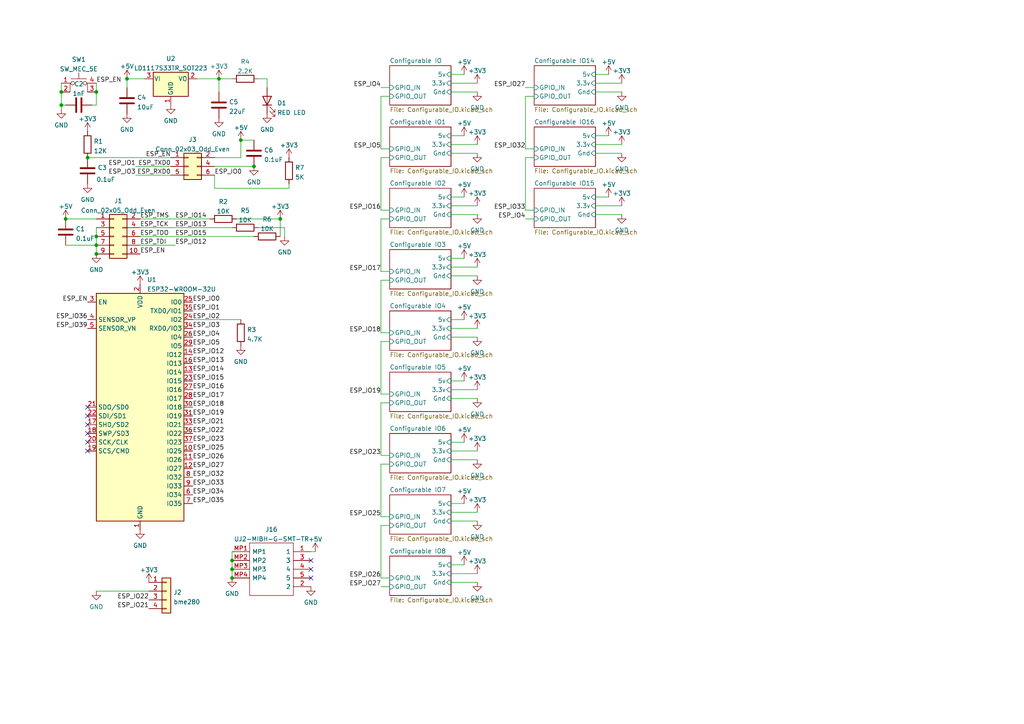
<source format=kicad_sch>
(kicad_sch (version 20211123) (generator eeschema)
  (paper "A4")
  (lib_symbols
    (symbol "Connector_Generic:Conn_01x04" (pin_names (offset 1.016) hide)
      (property "Reference" "J" (at 0 5.08 0))
      (property "Value" "Conn_01x04" (at 0 -7.62 0))
      (symbol "Conn_01x04_1_1"
        (rectangle (start -1.27 -4.953) (end 0 -5.207) (stroke (width 0.1524)))
        (rectangle (start -1.27 -2.413) (end 0 -2.667) (stroke (width 0.1524)))
        (rectangle (start -1.27 0.127) (end 0 -0.127) (stroke (width 0.1524)))
        (rectangle (start -1.27 2.667) (end 0 2.413) (stroke (width 0.1524)))
        (rectangle (start -1.27 3.81) (end 1.27 -6.35) (stroke (width 0.254)) (fill (type background)))
        (pin passive line (at -5.08 2.54 0) (length 3.81) (name "Pin_1") (number "1"))
        (pin passive line (at -5.08 0 0) (length 3.81) (name "Pin_2") (number "2"))
        (pin passive line (at -5.08 -2.54 0) (length 3.81) (name "Pin_3") (number "3"))
        (pin passive line (at -5.08 -5.08 0) (length 3.81) (name "Pin_4") (number "4"))
      )
    )
    (symbol "Connector_Generic:Conn_02x03_Odd_Even" (pin_names (offset 1.016) hide)
      (property "Reference" "J" (at 1.27 5.08 0))
      (property "Value" "Conn_02x03_Odd_Even" (at 1.27 -5.08 0))
      (symbol "Conn_02x03_Odd_Even_1_1"
        (rectangle (start -1.27 -2.413) (end 0 -2.667) (stroke (width 0.1524)))
        (rectangle (start -1.27 0.127) (end 0 -0.127) (stroke (width 0.1524)))
        (rectangle (start -1.27 2.667) (end 0 2.413) (stroke (width 0.1524)))
        (rectangle (start -1.27 3.81) (end 3.81 -3.81) (stroke (width 0.254)) (fill (type background)))
        (rectangle (start 3.81 -2.413) (end 2.54 -2.667) (stroke (width 0.1524)))
        (rectangle (start 3.81 0.127) (end 2.54 -0.127) (stroke (width 0.1524)))
        (rectangle (start 3.81 2.667) (end 2.54 2.413) (stroke (width 0.1524)))
        (pin passive line (at -5.08 2.54 0) (length 3.81) (name "Pin_1") (number "1"))
        (pin passive line (at 7.62 2.54 180) (length 3.81) (name "Pin_2") (number "2"))
        (pin passive line (at -5.08 0 0) (length 3.81) (name "Pin_3") (number "3"))
        (pin passive line (at 7.62 0 180) (length 3.81) (name "Pin_4") (number "4"))
        (pin passive line (at -5.08 -2.54 0) (length 3.81) (name "Pin_5") (number "5"))
        (pin passive line (at 7.62 -2.54 180) (length 3.81) (name "Pin_6") (number "6"))
      )
    )
    (symbol "Connector_Generic:Conn_02x05_Odd_Even" (pin_names (offset 1.016) hide)
      (property "Reference" "J" (at 1.27 7.62 0))
      (property "Value" "Conn_02x05_Odd_Even" (at 1.27 -7.62 0))
      (symbol "Conn_02x05_Odd_Even_1_1"
        (rectangle (start -1.27 -4.953) (end 0 -5.207) (stroke (width 0.1524)))
        (rectangle (start -1.27 -2.413) (end 0 -2.667) (stroke (width 0.1524)))
        (rectangle (start -1.27 0.127) (end 0 -0.127) (stroke (width 0.1524)))
        (rectangle (start -1.27 2.667) (end 0 2.413) (stroke (width 0.1524)))
        (rectangle (start -1.27 5.207) (end 0 4.953) (stroke (width 0.1524)))
        (rectangle (start -1.27 6.35) (end 3.81 -6.35) (stroke (width 0.254)) (fill (type background)))
        (rectangle (start 3.81 -4.953) (end 2.54 -5.207) (stroke (width 0.1524)))
        (rectangle (start 3.81 -2.413) (end 2.54 -2.667) (stroke (width 0.1524)))
        (rectangle (start 3.81 0.127) (end 2.54 -0.127) (stroke (width 0.1524)))
        (rectangle (start 3.81 2.667) (end 2.54 2.413) (stroke (width 0.1524)))
        (rectangle (start 3.81 5.207) (end 2.54 4.953) (stroke (width 0.1524)))
        (pin passive line (at -5.08 5.08 0) (length 3.81) (name "Pin_1") (number "1"))
        (pin passive line (at 7.62 -5.08 180) (length 3.81) (name "Pin_10") (number "10"))
        (pin passive line (at 7.62 5.08 180) (length 3.81) (name "Pin_2") (number "2"))
        (pin passive line (at -5.08 2.54 0) (length 3.81) (name "Pin_3") (number "3"))
        (pin passive line (at 7.62 2.54 180) (length 3.81) (name "Pin_4") (number "4"))
        (pin passive line (at -5.08 0 0) (length 3.81) (name "Pin_5") (number "5"))
        (pin passive line (at 7.62 0 180) (length 3.81) (name "Pin_6") (number "6"))
        (pin passive line (at -5.08 -2.54 0) (length 3.81) (name "Pin_7") (number "7"))
        (pin passive line (at 7.62 -2.54 180) (length 3.81) (name "Pin_8") (number "8"))
        (pin passive line (at -5.08 -5.08 0) (length 3.81) (name "Pin_9") (number "9"))
      )
    )
    (symbol "Device:C" (pin_numbers hide) (pin_names (offset 0.254))
      (property "Reference" "C" (at 0.635 2.54 0))
      (property "Value" "C" (at 0.635 -2.54 0))
      (symbol "C_0_1"
        (polyline (pts (xy -2.032 -0.762) (xy 2.032 -0.762)) (stroke (width 0.508)))
        (polyline (pts (xy -2.032 0.762) (xy 2.032 0.762)) (stroke (width 0.508)))
      )
      (symbol "C_1_1"
        (pin passive line (at 0 3.81 270) (length 2.794) (name "~") (number "1"))
        (pin passive line (at 0 -3.81 90) (length 2.794) (name "~") (number "2"))
      )
    )
    (symbol "Device:LED" (pin_numbers hide) (pin_names (offset 1.016) hide)
      (property "Reference" "D" (at 0 2.54 0))
      (property "Value" "LED" (at 0 -2.54 0))
      (symbol "LED_0_1"
        (polyline (pts (xy -1.27 -1.27) (xy -1.27 1.27)) (stroke (width 0.254)))
        (polyline (pts (xy -1.27 0) (xy 1.27 0)))
        (polyline (pts (xy 1.27 -1.27) (xy 1.27 1.27) (xy -1.27 0) (xy 1.27 -1.27)) (stroke (width 0.254)))
        (polyline (pts (xy -3.048 -0.762) (xy -4.572 -2.286) (xy -3.81 -2.286) (xy -4.572 -2.286) (xy -4.572 -1.524)))
        (polyline (pts (xy -1.778 -0.762) (xy -3.302 -2.286) (xy -2.54 -2.286) (xy -3.302 -2.286) (xy -3.302 -1.524)))
      )
      (symbol "LED_1_1"
        (pin passive line (at -3.81 0 0) (length 2.54) (name "K") (number "1"))
        (pin passive line (at 3.81 0 180) (length 2.54) (name "A") (number "2"))
      )
    )
    (symbol "Device:R" (pin_numbers hide) (pin_names (offset 0))
      (property "Reference" "R" (at 2.032 0 90))
      (property "Value" "R" (at 0 0 90))
      (symbol "R_0_1"
        (rectangle (start -1.016 -2.54) (end 1.016 2.54) (stroke (width 0.254)))
      )
      (symbol "R_1_1"
        (pin passive line (at 0 3.81 270) (length 1.27) (name "~") (number "1"))
        (pin passive line (at 0 -3.81 90) (length 1.27) (name "~") (number "2"))
      )
    )
    (symbol "RF_Module:ESP32-WROOM-32U"
      (property "Reference" "U" (at -12.7 34.29 0))
      (property "Value" "ESP32-WROOM-32U" (at 1.27 34.29 0))
      (symbol "ESP32-WROOM-32U_0_1"
        (rectangle (start -12.7 33.02) (end 12.7 -33.02) (stroke (width 0.254)) (fill (type background)))
      )
      (symbol "ESP32-WROOM-32U_1_1"
        (pin power_in line (at 0 -35.56 90) (length 2.54) (name "GND") (number "1"))
        (pin bidirectional line (at 15.24 -12.7 180) (length 2.54) (name "IO25") (number "10"))
        (pin bidirectional line (at 15.24 -15.24 180) (length 2.54) (name "IO26") (number "11"))
        (pin bidirectional line (at 15.24 -17.78 180) (length 2.54) (name "IO27") (number "12"))
        (pin bidirectional line (at 15.24 10.16 180) (length 2.54) (name "IO14") (number "13"))
        (pin bidirectional line (at 15.24 15.24 180) (length 2.54) (name "IO12") (number "14"))
        (pin passive line (at 0 -35.56 90) (length 2.54) hide (name "GND") (number "15"))
        (pin bidirectional line (at 15.24 12.7 180) (length 2.54) (name "IO13") (number "16"))
        (pin bidirectional line (at -15.24 -5.08 0) (length 2.54) (name "SHD/SD2") (number "17"))
        (pin bidirectional line (at -15.24 -7.62 0) (length 2.54) (name "SWP/SD3") (number "18"))
        (pin bidirectional line (at -15.24 -12.7 0) (length 2.54) (name "SCS/CMD") (number "19"))
        (pin power_in line (at 0 35.56 270) (length 2.54) (name "VDD") (number "2"))
        (pin bidirectional line (at -15.24 -10.16 0) (length 2.54) (name "SCK/CLK") (number "20"))
        (pin bidirectional line (at -15.24 0 0) (length 2.54) (name "SDO/SD0") (number "21"))
        (pin bidirectional line (at -15.24 -2.54 0) (length 2.54) (name "SDI/SD1") (number "22"))
        (pin bidirectional line (at 15.24 7.62 180) (length 2.54) (name "IO15") (number "23"))
        (pin bidirectional line (at 15.24 25.4 180) (length 2.54) (name "IO2") (number "24"))
        (pin bidirectional line (at 15.24 30.48 180) (length 2.54) (name "IO0") (number "25"))
        (pin bidirectional line (at 15.24 20.32 180) (length 2.54) (name "IO4") (number "26"))
        (pin bidirectional line (at 15.24 5.08 180) (length 2.54) (name "IO16") (number "27"))
        (pin bidirectional line (at 15.24 2.54 180) (length 2.54) (name "IO17") (number "28"))
        (pin bidirectional line (at 15.24 17.78 180) (length 2.54) (name "IO5") (number "29"))
        (pin input line (at -15.24 30.48 0) (length 2.54) (name "EN") (number "3"))
        (pin bidirectional line (at 15.24 0 180) (length 2.54) (name "IO18") (number "30"))
        (pin bidirectional line (at 15.24 -2.54 180) (length 2.54) (name "IO19") (number "31"))
        (pin no_connect line (at -12.7 -27.94 0) (length 2.54) hide (name "NC") (number "32"))
        (pin bidirectional line (at 15.24 -5.08 180) (length 2.54) (name "IO21") (number "33"))
        (pin bidirectional line (at 15.24 22.86 180) (length 2.54) (name "RXD0/IO3") (number "34"))
        (pin bidirectional line (at 15.24 27.94 180) (length 2.54) (name "TXD0/IO1") (number "35"))
        (pin bidirectional line (at 15.24 -7.62 180) (length 2.54) (name "IO22") (number "36"))
        (pin bidirectional line (at 15.24 -10.16 180) (length 2.54) (name "IO23") (number "37"))
        (pin passive line (at 0 -35.56 90) (length 2.54) hide (name "GND") (number "38"))
        (pin passive line (at 0 -35.56 90) (length 2.54) hide (name "GND") (number "39"))
        (pin input line (at -15.24 25.4 0) (length 2.54) (name "SENSOR_VP") (number "4"))
        (pin input line (at -15.24 22.86 0) (length 2.54) (name "SENSOR_VN") (number "5"))
        (pin input line (at 15.24 -25.4 180) (length 2.54) (name "IO34") (number "6"))
        (pin input line (at 15.24 -27.94 180) (length 2.54) (name "IO35") (number "7"))
        (pin bidirectional line (at 15.24 -20.32 180) (length 2.54) (name "IO32") (number "8"))
        (pin bidirectional line (at 15.24 -22.86 180) (length 2.54) (name "IO33") (number "9"))
      )
    )
    (symbol "Regulator_Linear:LD1117S33TR_SOT223" (pin_names (offset 0.254))
      (property "Reference" "U" (at -3.81 3.175 0))
      (property "Value" "LD1117S33TR_SOT223" (at 0 3.175 0))
      (symbol "LD1117S33TR_SOT223_0_1"
        (rectangle (start -5.08 -5.08) (end 5.08 1.905) (stroke (width 0.254)) (fill (type background)))
      )
      (symbol "LD1117S33TR_SOT223_1_1"
        (pin power_in line (at 0 -7.62 90) (length 2.54) (name "GND") (number "1"))
        (pin power_out line (at 7.62 0 180) (length 2.54) (name "VO") (number "2"))
        (pin power_in line (at -7.62 0 0) (length 2.54) (name "VI") (number "3"))
      )
    )
    (symbol "Switch:SW_MEC_5E" (pin_names (offset 1.016) hide)
      (property "Reference" "SW" (at 0.635 5.715 0))
      (property "Value" "SW_MEC_5E" (at 0 -3.175 0))
      (symbol "SW_MEC_5E_0_1"
        (circle (center -1.778 2.54) (radius 0.508))
        (polyline (pts (xy -2.286 3.81) (xy 2.286 3.81)))
        (polyline (pts (xy 0 3.81) (xy 0 5.588)))
        (polyline (pts (xy -2.54 0) (xy -2.54 2.54) (xy -2.286 2.54)))
        (polyline (pts (xy 2.54 0) (xy 2.54 2.54) (xy 2.286 2.54)))
        (circle (center 1.778 2.54) (radius 0.508))
        (pin passive line (at -5.08 2.54 0) (length 2.54) (name "1") (number "1"))
        (pin passive line (at -5.08 0 0) (length 2.54) (name "2") (number "2"))
        (pin passive line (at 5.08 0 180) (length 2.54) (name "K") (number "3"))
        (pin passive line (at 5.08 2.54 180) (length 2.54) (name "A") (number "4"))
      )
    )
    (symbol "mouser:UJ2-MIBH-G-SMT-TR" (pin_names (offset 0.762))
      (property "Reference" "J" (at 19.05 7.62 0))
      (property "Value" "UJ2-MIBH-G-SMT-TR" (at 19.05 5.08 0))
      (symbol "UJ2-MIBH-G-SMT-TR_0_0"
        (pin passive line (at 22.86 0 180) (length 5.08) (name "1") (number "1"))
        (pin passive line (at 22.86 -10.16 180) (length 5.08) (name "2") (number "2"))
        (pin passive line (at 22.86 -2.54 180) (length 5.08) (name "3") (number "3"))
        (pin passive line (at 22.86 -5.08 180) (length 5.08) (name "4") (number "4"))
        (pin passive line (at 22.86 -7.62 180) (length 5.08) (name "5") (number "5"))
        (pin passive line (at 0 0 0) (length 5.08) (name "MP1") (number "MP1"))
        (pin passive line (at 0 -2.54 0) (length 5.08) (name "MP2") (number "MP2"))
        (pin passive line (at 0 -5.08 0) (length 5.08) (name "MP3") (number "MP3"))
        (pin passive line (at 0 -7.62 0) (length 5.08) (name "MP4") (number "MP4"))
      )
      (symbol "UJ2-MIBH-G-SMT-TR_0_1"
        (polyline (pts (xy 5.08 2.54) (xy 17.78 2.54) (xy 17.78 -12.7) (xy 5.08 -12.7) (xy 5.08 2.54)) (stroke (width 0.1524)))
      )
    )
    (symbol "power:+3.3V" (power) (pin_names (offset 0))
      (property "Value" "+3.3V" (at 0 3.556 0))
      (symbol "+3.3V_0_1"
        (polyline (pts (xy -0.762 1.27) (xy 0 2.54)))
        (polyline (pts (xy 0 0) (xy 0 2.54)))
        (polyline (pts (xy 0 2.54) (xy 0.762 1.27)))
      )
      (symbol "+3.3V_1_1"
        (pin power_in line (at 0 0 90) (length 0) hide (name "+3V3") (number "1"))
      )
    )
    (symbol "power:+5V" (power) (pin_names (offset 0))
      (property "Value" "+5V" (at 0 3.556 0))
      (symbol "+5V_0_1"
        (polyline (pts (xy -0.762 1.27) (xy 0 2.54)))
        (polyline (pts (xy 0 0) (xy 0 2.54)))
        (polyline (pts (xy 0 2.54) (xy 0.762 1.27)))
      )
      (symbol "+5V_1_1"
        (pin power_in line (at 0 0 90) (length 0) hide (name "+5V") (number "1"))
      )
    )
    (symbol "power:GND" (power) (pin_names (offset 0))
      (property "Value" "GND" (at 0 -3.81 0))
      (symbol "GND_0_1"
        (polyline (pts (xy 0 0) (xy 0 -1.27) (xy 1.27 -1.27) (xy 0 -2.54) (xy -1.27 -1.27) (xy 0 -1.27)))
      )
      (symbol "GND_1_1"
        (pin power_in line (at 0 0 270) (length 0) hide (name "GND") (number "1"))
      )
    )
  )
  (junction (at 27.94 68.58))
  (junction (at 25.4 45.72))
  (junction (at 67.31 167.64))
  (junction (at 36.83 22.86))
  (junction (at 73.66 48.26))
  (junction (at 27.94 26.67))
  (junction (at 17.78 30.48))
  (junction (at 19.05 63.5))
  (junction (at 67.31 162.56))
  (junction (at 69.85 40.64))
  (junction (at 63.5 22.86))
  (junction (at 17.78 26.67))
  (junction (at 67.31 165.1))
  (junction (at 27.94 73.66))
  (junction (at 81.28 63.5))
  (junction (at 27.94 71.12))
  (no_connect (at 25.4 125.73))
  (no_connect (at 25.4 128.27))
  (no_connect (at 25.4 123.19))
  (no_connect (at 90.17 167.64))
  (no_connect (at 90.17 162.56))
  (no_connect (at 90.17 165.1))
  (no_connect (at 25.4 130.81))
  (no_connect (at 25.4 120.65))
  (no_connect (at 25.4 118.11))
  (wire (pts (xy 69.85 40.64) (xy 73.66 40.64)))
  (wire (pts (xy 110.49 132.08) (xy 113.03 132.08)))
  (wire (pts (xy 27.94 171.45) (xy 43.18 171.45)))
  (wire (pts (xy 17.78 30.48) (xy 19.05 30.48)))
  (wire (pts (xy 110.49 25.4) (xy 113.03 25.4)))
  (wire (pts (xy 130.81 168.91) (xy 138.43 168.91)))
  (wire (pts (xy 152.4 45.72) (xy 154.94 45.72)))
  (wire (pts (xy 110.49 45.72) (xy 110.49 60.96)))
  (wire (pts (xy 17.78 26.67) (xy 17.78 30.48)))
  (wire (pts (xy 172.72 24.13) (xy 180.34 24.13)))
  (wire (pts (xy 130.81 146.05) (xy 134.62 146.05)))
  (wire (pts (xy 130.81 77.47) (xy 138.43 77.47)))
  (wire (pts (xy 130.81 92.71) (xy 134.62 92.71)))
  (wire (pts (xy 130.81 39.37) (xy 134.62 39.37)))
  (wire (pts (xy 67.31 160.02) (xy 67.31 162.56)))
  (wire (pts (xy 130.81 163.83) (xy 134.62 163.83)))
  (wire (pts (xy 36.83 22.86) (xy 36.83 25.4)))
  (wire (pts (xy 69.85 45.72) (xy 69.85 40.64)))
  (wire (pts (xy 130.81 80.01) (xy 138.43 80.01)))
  (wire (pts (xy 130.81 26.67) (xy 138.43 26.67)))
  (wire (pts (xy 27.94 24.13) (xy 27.94 26.67)))
  (wire (pts (xy 172.72 44.45) (xy 180.34 44.45)))
  (wire (pts (xy 152.4 25.4) (xy 154.94 25.4)))
  (wire (pts (xy 152.4 27.94) (xy 154.94 27.94)))
  (wire (pts (xy 113.03 116.84) (xy 110.49 116.84)))
  (wire (pts (xy 68.58 63.5) (xy 81.28 63.5)))
  (wire (pts (xy 62.23 45.72) (xy 69.85 45.72)))
  (wire (pts (xy 152.4 43.18) (xy 154.94 43.18)))
  (wire (pts (xy 152.4 43.18) (xy 152.4 27.94)))
  (wire (pts (xy 110.49 27.94) (xy 110.49 43.18)))
  (wire (pts (xy 172.72 39.37) (xy 176.53 39.37)))
  (wire (pts (xy 130.81 21.59) (xy 134.62 21.59)))
  (wire (pts (xy 83.82 54.61) (xy 83.82 53.34)))
  (wire (pts (xy 110.49 149.86) (xy 113.03 149.86)))
  (wire (pts (xy 40.64 68.58) (xy 73.66 68.58)))
  (wire (pts (xy 172.72 62.23) (xy 180.34 62.23)))
  (wire (pts (xy 172.72 21.59) (xy 176.53 21.59)))
  (wire (pts (xy 113.03 63.5) (xy 110.49 63.5)))
  (wire (pts (xy 27.94 68.58) (xy 27.94 71.12)))
  (wire (pts (xy 62.23 54.61) (xy 83.82 54.61)))
  (wire (pts (xy 19.05 71.12) (xy 27.94 71.12)))
  (wire (pts (xy 82.55 66.04) (xy 82.55 68.58)))
  (wire (pts (xy 130.81 59.69) (xy 138.43 59.69)))
  (wire (pts (xy 110.49 60.96) (xy 113.03 60.96)))
  (wire (pts (xy 130.81 44.45) (xy 138.43 44.45)))
  (wire (pts (xy 113.03 81.28) (xy 110.49 81.28)))
  (wire (pts (xy 130.81 74.93) (xy 134.62 74.93)))
  (wire (pts (xy 41.91 22.86) (xy 36.83 22.86)))
  (wire (pts (xy 110.49 134.62) (xy 110.49 149.86)))
  (wire (pts (xy 81.28 63.5) (xy 81.28 68.58)))
  (wire (pts (xy 67.31 22.86) (xy 63.5 22.86)))
  (wire (pts (xy 130.81 128.27) (xy 134.62 128.27)))
  (wire (pts (xy 113.03 134.62) (xy 110.49 134.62)))
  (wire (pts (xy 90.17 160.02) (xy 91.44 160.02)))
  (wire (pts (xy 152.4 60.96) (xy 154.94 60.96)))
  (wire (pts (xy 77.47 22.86) (xy 74.93 22.86)))
  (wire (pts (xy 113.03 27.94) (xy 110.49 27.94)))
  (wire (pts (xy 113.03 99.06) (xy 110.49 99.06)))
  (wire (pts (xy 110.49 170.18) (xy 113.03 170.18)))
  (wire (pts (xy 25.4 45.72) (xy 49.53 45.72)))
  (wire (pts (xy 172.72 57.15) (xy 176.53 57.15)))
  (wire (pts (xy 17.78 30.48) (xy 17.78 31.75)))
  (wire (pts (xy 26.67 30.48) (xy 27.94 30.48)))
  (wire (pts (xy 57.15 22.86) (xy 63.5 22.86)))
  (wire (pts (xy 110.49 78.74) (xy 113.03 78.74)))
  (wire (pts (xy 27.94 66.04) (xy 27.94 68.58)))
  (wire (pts (xy 62.23 50.8) (xy 62.23 54.61)))
  (wire (pts (xy 110.49 114.3) (xy 113.03 114.3)))
  (wire (pts (xy 27.94 71.12) (xy 27.94 73.66)))
  (wire (pts (xy 130.81 62.23) (xy 138.43 62.23)))
  (wire (pts (xy 110.49 81.28) (xy 110.49 96.52)))
  (wire (pts (xy 172.72 59.69) (xy 180.34 59.69)))
  (wire (pts (xy 110.49 99.06) (xy 110.49 114.3)))
  (wire (pts (xy 110.49 96.52) (xy 113.03 96.52)))
  (wire (pts (xy 172.72 41.91) (xy 180.34 41.91)))
  (wire (pts (xy 130.81 97.79) (xy 138.43 97.79)))
  (wire (pts (xy 110.49 43.18) (xy 113.03 43.18)))
  (wire (pts (xy 55.88 92.71) (xy 69.85 92.71)))
  (wire (pts (xy 130.81 130.81) (xy 138.43 130.81)))
  (wire (pts (xy 130.81 41.91) (xy 138.43 41.91)))
  (wire (pts (xy 130.81 148.59) (xy 138.43 148.59)))
  (wire (pts (xy 130.81 115.57) (xy 138.43 115.57)))
  (wire (pts (xy 130.81 95.25) (xy 138.43 95.25)))
  (wire (pts (xy 130.81 166.37) (xy 138.43 166.37)))
  (wire (pts (xy 110.49 152.4) (xy 110.49 167.64)))
  (wire (pts (xy 152.4 60.96) (xy 152.4 45.72)))
  (wire (pts (xy 130.81 57.15) (xy 134.62 57.15)))
  (wire (pts (xy 27.94 30.48) (xy 27.94 26.67)))
  (wire (pts (xy 152.4 63.5) (xy 154.94 63.5)))
  (wire (pts (xy 19.05 63.5) (xy 27.94 63.5)))
  (wire (pts (xy 17.78 24.13) (xy 17.78 26.67)))
  (wire (pts (xy 110.49 167.64) (xy 113.03 167.64)))
  (wire (pts (xy 74.93 66.04) (xy 82.55 66.04)))
  (wire (pts (xy 40.64 71.12) (xy 50.8 71.12)))
  (wire (pts (xy 67.31 162.56) (xy 67.31 165.1)))
  (wire (pts (xy 77.47 25.4) (xy 77.47 22.86)))
  (wire (pts (xy 63.5 22.86) (xy 63.5 26.67)))
  (wire (pts (xy 110.49 63.5) (xy 110.49 78.74)))
  (wire (pts (xy 113.03 45.72) (xy 110.49 45.72)))
  (wire (pts (xy 62.23 48.26) (xy 73.66 48.26)))
  (wire (pts (xy 130.81 110.49) (xy 134.62 110.49)))
  (wire (pts (xy 40.64 66.04) (xy 67.31 66.04)))
  (wire (pts (xy 130.81 151.13) (xy 138.43 151.13)))
  (wire (pts (xy 110.49 116.84) (xy 110.49 132.08)))
  (wire (pts (xy 39.37 50.8) (xy 49.53 50.8)))
  (wire (pts (xy 130.81 24.13) (xy 138.43 24.13)))
  (wire (pts (xy 39.37 48.26) (xy 49.53 48.26)))
  (wire (pts (xy 67.31 165.1) (xy 67.31 167.64)))
  (wire (pts (xy 113.03 152.4) (xy 110.49 152.4)))
  (wire (pts (xy 130.81 133.35) (xy 138.43 133.35)))
  (wire (pts (xy 130.81 113.03) (xy 138.43 113.03)))
  (wire (pts (xy 40.64 63.5) (xy 60.96 63.5)))
  (wire (pts (xy 172.72 26.67) (xy 180.34 26.67)))
  (label "ESP_IO17" (at 55.88 115.57 0))
  (label "ESP_IO33" (at 55.88 140.97 0))
  (label "ESP_IO0" (at 55.88 87.63 0))
  (label "ESP_IO13" (at 50.8 66.04 0))
  (label "ESP_IO27" (at 152.4 25.4 180))
  (label "ESP_IO25" (at 55.88 130.81 0))
  (label "ESP_IO32" (at 55.88 138.43 0))
  (label "ESP_IO23" (at 55.88 128.27 0))
  (label "ESP_IO13" (at 55.88 105.41 0))
  (label "ESP_IO4" (at 110.49 25.4 180))
  (label "ESP_IO22" (at 43.18 173.99 180))
  (label "ESP_IO18" (at 55.88 118.11 0))
  (label "ESP_IO2" (at 55.88 92.71 0))
  (label "ESP_IO5" (at 110.49 43.18 180))
  (label "ESP_IO27" (at 55.88 135.89 0))
  (label "ESP_IO15" (at 55.88 110.49 0))
  (label "ESP_IO36" (at 25.4 92.71 180))
  (label "ESP_IO16" (at 55.88 113.03 0))
  (label "ESP_IO27" (at 110.49 170.18 180))
  (label "ESP_IO4" (at 152.4 63.5 180))
  (label "ESP_IO22" (at 55.88 125.73 0))
  (label "ESP_IO1" (at 39.37 48.26 180))
  (label "ESP_RXD0" (at 49.53 50.8 180))
  (label "ESP_IO12" (at 50.8 71.12 0))
  (label "ESP_IO15" (at 50.8 68.58 0))
  (label "ESP_IO23" (at 110.49 132.08 180))
  (label "ESP_TMS" (at 40.64 63.5 0))
  (label "ESP_IO1" (at 55.88 90.17 0))
  (label "ESP_IO21" (at 43.18 176.53 180))
  (label "ESP_IO14" (at 50.8 63.5 0))
  (label "ESP_IO14" (at 55.88 107.95 0))
  (label "ESP_TDI" (at 40.64 71.12 0))
  (label "ESP_IO32" (at 152.4 43.18 180))
  (label "ESP_IO25" (at 110.49 149.86 180))
  (label "ESP_TCK" (at 40.64 66.04 0))
  (label "ESP_TXD0" (at 49.53 48.26 180))
  (label "ESP_IO19" (at 55.88 120.65 0))
  (label "ESP_IO19" (at 110.49 114.3 180))
  (label "ESP_IO34" (at 55.88 143.51 0))
  (label "ESP_IO16" (at 110.49 60.96 180))
  (label "ESP_IO0" (at 62.23 50.8 0))
  (label "ESP_IO33" (at 152.4 60.96 180))
  (label "ESP_EN" (at 25.4 87.63 180))
  (label "ESP_EN" (at 40.64 73.66 0))
  (label "ESP_IO3" (at 39.37 50.8 180))
  (label "ESP_EN" (at 49.53 45.72 180))
  (label "ESP_IO35" (at 55.88 146.05 0))
  (label "ESP_IO18" (at 110.49 96.52 180))
  (label "ESP_IO12" (at 55.88 102.87 0))
  (label "ESP_IO17" (at 110.49 78.74 180))
  (label "ESP_IO5" (at 55.88 100.33 0))
  (label "ESP_EN" (at 27.94 24.13 0))
  (label "ESP_TDO" (at 40.64 68.58 0))
  (label "ESP_IO3" (at 55.88 95.25 0))
  (label "ESP_IO26" (at 110.49 167.64 180))
  (label "ESP_IO26" (at 55.88 133.35 0))
  (label "ESP_IO4" (at 55.88 97.79 0))
  (label "ESP_IO21" (at 55.88 123.19 0))
  (label "ESP_IO39" (at 25.4 95.25 180))
  (symbol (lib_id "power:GND") (at 73.66 48.26 0) (unit 1)
    (property "Reference" "#PWR0121" (effects hide))
    (property "Value" "GND" (at 73.66 52.8225 0))
  )
  (symbol (lib_id "power:GND") (at 27.94 73.66 0) (unit 1)
    (property "Reference" "#PWR0113" (effects hide))
    (property "Value" "GND" (at 27.94 78.2225 0))
  )
  (symbol (lib_id "power:GND") (at 138.43 97.79 0) (unit 1)
    (property "Reference" "#PWR0140" (effects hide))
    (property "Value" "GND" (at 138.43 102.3525 0))
  )
  (symbol (lib_id "Device:C") (at 22.86 30.48 90) (unit 1)
    (property "Reference" "C2" (at 22.86 24.3545 90))
    (property "Value" "1nF" (at 22.86 27.1296 90))
    (property "Footprint" "Capacitor_SMD:C_0603_1608Metric" (effects hide))
  )
  (symbol (lib_id "power:GND") (at 17.78 31.75 0) (unit 1)
    (property "Reference" "#PWR0105" (effects hide))
    (property "Value" "GND" (at 17.78 36.3125 0))
  )
  (symbol (lib_id "Connector_Generic:Conn_02x05_Odd_Even") (at 33.02 68.58 0) (unit 1)
    (property "Reference" "J1" (at 34.29 58.2635 0))
    (property "Value" "Conn_02x05_Odd_Even" (at 34.29 61.0386 0))
    (property "Footprint" "Connector_IDC:IDC-Header_2x05_P2.54mm_Vertical" (effects hide))
  )
  (symbol (lib_id "power:GND") (at 25.4 53.34 0) (unit 1)
    (property "Reference" "#PWR0106" (effects hide))
    (property "Value" "GND" (at 25.4 57.9025 0))
  )
  (symbol (lib_id "power:GND") (at 138.43 133.35 0) (unit 1)
    (property "Reference" "#PWR0129" (effects hide))
    (property "Value" "GND" (at 138.43 137.9125 0))
  )
  (symbol (lib_id "power:GND") (at 138.43 115.57 0) (unit 1)
    (property "Reference" "#PWR0127" (effects hide))
    (property "Value" "GND" (at 138.43 120.1325 0))
  )
  (symbol (lib_id "Device:R") (at 71.12 66.04 90) (unit 1)
    (property "Reference" "R5" (at 71.12 61.0575 90))
    (property "Value" "10K" (at 71.12 63.8326 90))
    (property "Footprint" "Resistor_SMD:R_0603_1608Metric" (effects hide))
  )
  (symbol (lib_id "power:+3.3V") (at 81.28 63.5 0) (unit 1)
    (property "Reference" "#PWR0116" (effects hide))
    (property "Value" "+3.3V" (at 81.28 59.8955 0))
  )
  (symbol (lib_id "power:GND") (at 69.85 100.33 0) (unit 1)
    (property "Reference" "#PWR0114" (effects hide))
    (property "Value" "GND" (at 69.85 104.8925 0))
  )
  (symbol (lib_id "Device:R") (at 71.12 22.86 90) (unit 1)
    (property "Reference" "R4" (at 71.12 17.8775 90))
    (property "Value" "2.2K" (at 71.12 20.6526 90))
    (property "Footprint" "Resistor_SMD:R_0603_1608Metric" (effects hide))
  )
  (symbol (lib_id "power:GND") (at 138.43 44.45 0) (unit 1)
    (property "Reference" "#PWR0148" (effects hide))
    (property "Value" "GND" (at 138.43 49.0125 0))
  )
  (symbol (lib_id "power:GND") (at 82.55 68.58 0) (unit 1)
    (property "Reference" "#PWR0117" (effects hide))
    (property "Value" "GND" (at 82.55 73.1425 0))
  )
  (symbol (lib_id "power:+3.3V") (at 138.43 77.47 0) (unit 1)
    (property "Reference" "#PWR0138" (effects hide))
    (property "Value" "+3.3V" (at 138.43 73.8655 0))
  )
  (symbol (lib_id "Device:R") (at 64.77 63.5 90) (unit 1)
    (property "Reference" "R2" (at 64.77 58.5175 90))
    (property "Value" "10K" (at 64.77 61.2926 90))
    (property "Footprint" "Resistor_SMD:R_0603_1608Metric" (effects hide))
  )
  (symbol (lib_id "power:GND") (at 138.43 62.23 0) (unit 1)
    (property "Reference" "#PWR0135" (effects hide))
    (property "Value" "GND" (at 138.43 66.7925 0))
  )
  (symbol (lib_id "Device:R") (at 69.85 96.52 0) (unit 1)
    (property "Reference" "R3" (at 71.628 95.6115 0) (effects (justify left)))
    (property "Value" "4.7K" (at 71.628 98.3866 0) (effects (justify left)))
    (property "Footprint" "Resistor_SMD:R_0603_1608Metric" (effects hide))
  )
  (symbol (lib_id "power:GND") (at 138.43 168.91 0) (unit 1)
    (property "Reference" "#PWR0124" (effects hide))
    (property "Value" "GND" (at 138.43 173.4725 0))
  )
  (symbol (lib_id "RF_Module:ESP32-WROOM-32U") (at 40.64 118.11 0) (unit 1)
    (property "Reference" "U1" (at 42.6594 81.1235 0) (effects (justify left)))
    (property "Value" "ESP32-WROOM-32U" (at 42.6594 83.8986 0) (effects (justify left)))
    (property "Footprint" "RF_Module:ESP32-WROOM-32U" (effects hide))
    (property "Datasheet" "https://www.espressif.com/sites/default/files/documentation/esp32-wroom-32d_esp32-wroom-32u_datasheet_en.pdf" (effects hide))
  )
  (symbol (lib_id "power:+5V") (at 134.62 57.15 0) (unit 1)
    (property "Reference" "#PWR0136" (effects hide))
    (property "Value" "+5V" (at 134.62 53.5455 0))
  )
  (symbol (lib_id "power:+3.3V") (at 138.43 95.25 0) (unit 1)
    (property "Reference" "#PWR0141" (effects hide))
    (property "Value" "+3.3V" (at 138.43 91.6455 0))
  )
  (symbol (lib_id "power:+3.3V") (at 83.82 45.72 0) (unit 1)
    (property "Reference" "#PWR0120" (effects hide))
    (property "Value" "+3.3V" (at 83.82 42.1155 0))
  )
  (symbol (lib_id "power:GND") (at 138.43 151.13 0) (unit 1)
    (property "Reference" "#PWR0132" (effects hide))
    (property "Value" "GND" (at 138.43 155.6925 0))
  )
  (symbol (lib_id "power:+5V") (at 134.62 163.83 0) (unit 1)
    (property "Reference" "#PWR0133" (effects hide))
    (property "Value" "+5V" (at 134.62 160.2255 0))
  )
  (symbol (lib_id "power:+3.3V") (at 138.43 41.91 0) (unit 1)
    (property "Reference" "#PWR0149" (effects hide))
    (property "Value" "+3.3V" (at 138.43 38.3055 0))
  )
  (symbol (lib_id "power:+3.3V") (at 138.43 24.13 0) (unit 1)
    (property "Reference" "#PWR0156" (effects hide))
    (property "Value" "+3.3V" (at 138.43 20.5255 0))
  )
  (symbol (lib_id "Switch:SW_MEC_5E") (at 22.86 26.67 0) (unit 1)
    (property "Reference" "SW1" (at 22.86 17.2425 0))
    (property "Value" "SW_MEC_5E" (at 22.86 20.0176 0))
    (property "Footprint" "Button_Switch_THT:SW_TH_Tactile_Omron_B3F-10xx" (effects hide))
    (property "Datasheet" "http://www.apem.com/int/index.php?controller=attachment&id_attachment=1371" (effects hide))
  )
  (symbol (lib_id "Device:LED") (at 77.47 29.21 90) (unit 1)
    (property "Reference" "D1" (at 80.391 29.889 90) (effects (justify right)))
    (property "Value" "RED LED" (at 80.391 32.6641 90) (effects (justify right)))
    (property "Footprint" "LED_SMD:LED_0603_1608Metric" (effects hide))
  )
  (symbol (lib_id "power:+3.3V") (at 63.5 22.86 0) (unit 1)
    (property "Reference" "#PWR0112" (effects hide))
    (property "Value" "+3.3V" (at 63.5 19.2555 0))
  )
  (symbol (lib_id "power:+5V") (at 134.62 146.05 0) (unit 1)
    (property "Reference" "#PWR0122" (effects hide))
    (property "Value" "+5V" (at 134.62 142.4455 0))
  )
  (symbol (lib_id "power:+3.3V") (at 138.43 148.59 0) (unit 1)
    (property "Reference" "#PWR0131" (effects hide))
    (property "Value" "+3.3V" (at 138.43 144.9855 0))
  )
  (symbol (lib_id "Device:R") (at 77.47 68.58 90) (unit 1)
    (property "Reference" "R6" (at 77.47 63.5975 90))
    (property "Value" "10K" (at 77.47 66.3726 90))
    (property "Footprint" "Resistor_SMD:R_0603_1608Metric" (effects hide))
  )
  (symbol (lib_id "Device:C") (at 19.05 67.31 0) (unit 1)
    (property "Reference" "C1" (at 21.971 66.4015 0) (effects (justify left)))
    (property "Value" "0.1uF" (at 21.971 69.1766 0) (effects (justify left)))
    (property "Footprint" "Capacitor_SMD:C_0603_1608Metric" (effects hide))
  )
  (symbol (lib_id "power:+3.3V") (at 138.43 59.69 0) (unit 1)
    (property "Reference" "#PWR0134" (effects hide))
    (property "Value" "+3.3V" (at 138.43 56.0855 0))
  )
  (symbol (lib_id "power:+5V") (at 176.53 57.15 0) (unit 1)
    (property "Reference" "#PWR0145" (effects hide))
    (property "Value" "+5V" (at 176.53 53.5455 0))
  )
  (symbol (lib_id "power:GND") (at 67.31 167.64 0) (unit 1)
    (property "Reference" "#PWR0207" (effects hide))
    (property "Value" "GND" (at 67.31 172.2025 0))
  )
  (symbol (lib_id "Regulator_Linear:LD1117S33TR_SOT223") (at 49.53 22.86 0) (unit 1)
    (property "Reference" "U2" (at 49.53 16.9885 0))
    (property "Value" "LD1117S33TR_SOT223" (at 49.53 19.7636 0))
    (property "Footprint" "Package_TO_SOT_SMD:SOT-223-3_TabPin2" (effects hide))
    (property "Datasheet" "http://www.st.com/st-web-ui/static/active/en/resource/technical/document/datasheet/CD00000544.pdf" (effects hide))
  )
  (symbol (lib_id "power:+3.3V") (at 180.34 24.13 0) (unit 1)
    (property "Reference" "#PWR0154" (effects hide))
    (property "Value" "+3.3V" (at 180.34 20.5255 0))
  )
  (symbol (lib_id "power:+3.3V") (at 138.43 130.81 0) (unit 1)
    (property "Reference" "#PWR0130" (effects hide))
    (property "Value" "+3.3V" (at 138.43 127.2055 0))
  )
  (symbol (lib_id "power:+3.3V") (at 180.34 59.69 0) (unit 1)
    (property "Reference" "#PWR0146" (effects hide))
    (property "Value" "+3.3V" (at 180.34 56.0855 0))
  )
  (symbol (lib_id "Device:C") (at 25.4 49.53 0) (unit 1)
    (property "Reference" "C3" (at 28.321 48.6215 0) (effects (justify left)))
    (property "Value" "0.1uF" (at 27.94 52.07 0) (effects (justify left)))
    (property "Footprint" "Capacitor_SMD:C_0603_1608Metric" (effects hide))
  )
  (symbol (lib_id "power:+5V") (at 134.62 74.93 0) (unit 1)
    (property "Reference" "#PWR0137" (effects hide))
    (property "Value" "+5V" (at 134.62 71.3255 0))
  )
  (symbol (lib_id "power:+5V") (at 91.44 160.02 0) (unit 1)
    (property "Reference" "#PWR0206" (effects hide))
    (property "Value" "+5V" (at 91.44 156.4155 0))
  )
  (symbol (lib_id "power:+5V") (at 36.83 22.86 0) (unit 1)
    (property "Reference" "#PWR0108" (effects hide))
    (property "Value" "+5V" (at 36.83 19.2555 0))
  )
  (symbol (lib_id "power:GND") (at 63.5 34.29 0) (unit 1)
    (property "Reference" "#PWR0111" (effects hide))
    (property "Value" "GND" (at 63.5 38.8525 0))
  )
  (symbol (lib_id "power:+3.3V") (at 180.34 41.91 0) (unit 1)
    (property "Reference" "#PWR0152" (effects hide))
    (property "Value" "+3.3V" (at 180.34 38.3055 0))
  )
  (symbol (lib_id "power:+5V") (at 69.85 40.64 0) (unit 1)
    (property "Reference" "#PWR0118" (effects hide))
    (property "Value" "+5V" (at 69.85 37.0355 0))
  )
  (symbol (lib_id "power:GND") (at 138.43 26.67 0) (unit 1)
    (property "Reference" "#PWR0157" (effects hide))
    (property "Value" "GND" (at 138.43 31.2325 0))
  )
  (symbol (lib_id "power:+5V") (at 134.62 128.27 0) (unit 1)
    (property "Reference" "#PWR0123" (effects hide))
    (property "Value" "+5V" (at 134.62 124.6655 0))
  )
  (symbol (lib_id "power:+3.3V") (at 43.18 168.91 0) (unit 1)
    (property "Reference" "#PWR0103" (effects hide))
    (property "Value" "+3.3V" (at 43.18 165.3055 0))
  )
  (symbol (lib_id "power:+5V") (at 134.62 92.71 0) (unit 1)
    (property "Reference" "#PWR0142" (effects hide))
    (property "Value" "+5V" (at 134.62 89.1055 0))
  )
  (symbol (lib_id "power:+3.3V") (at 138.43 113.03 0) (unit 1)
    (property "Reference" "#PWR0126" (effects hide))
    (property "Value" "+3.3V" (at 138.43 109.4255 0))
  )
  (symbol (lib_id "power:+3.3V") (at 40.64 82.55 0) (unit 1)
    (property "Reference" "#PWR0115" (effects hide))
    (property "Value" "+3.3V" (at 40.64 78.9455 0))
  )
  (symbol (lib_id "power:+5V") (at 19.05 63.5 0) (unit 1)
    (property "Reference" "#PWR0107" (effects hide))
    (property "Value" "+5V" (at 19.05 59.8955 0))
  )
  (symbol (lib_id "power:+3.3V") (at 138.43 166.37 0) (unit 1)
    (property "Reference" "#PWR0125" (effects hide))
    (property "Value" "+3.3V" (at 138.43 162.7655 0))
  )
  (symbol (lib_id "power:GND") (at 138.43 80.01 0) (unit 1)
    (property "Reference" "#PWR0139" (effects hide))
    (property "Value" "GND" (at 138.43 84.5725 0))
  )
  (symbol (lib_id "power:GND") (at 180.34 44.45 0) (unit 1)
    (property "Reference" "#PWR0151" (effects hide))
    (property "Value" "GND" (at 180.34 49.0125 0))
  )
  (symbol (lib_id "power:GND") (at 27.94 171.45 0) (unit 1)
    (property "Reference" "#PWR0102" (effects hide))
    (property "Value" "GND" (at 27.94 176.0125 0))
  )
  (symbol (lib_id "power:GND") (at 180.34 26.67 0) (unit 1)
    (property "Reference" "#PWR0155" (effects hide))
    (property "Value" "GND" (at 180.34 31.2325 0))
  )
  (symbol (lib_id "power:GND") (at 40.64 153.67 0) (unit 1)
    (property "Reference" "#PWR0101" (effects hide))
    (property "Value" "GND" (at 40.64 158.2325 0))
  )
  (symbol (lib_id "power:GND") (at 180.34 62.23 0) (unit 1)
    (property "Reference" "#PWR0147" (effects hide))
    (property "Value" "GND" (at 180.34 66.7925 0))
  )
  (symbol (lib_id "power:+5V") (at 176.53 21.59 0) (unit 1)
    (property "Reference" "#PWR0153" (effects hide))
    (property "Value" "+5V" (at 176.53 17.9855 0))
  )
  (symbol (lib_id "mouser:UJ2-MIBH-G-SMT-TR") (at 67.31 160.02 0) (unit 1)
    (property "Reference" "J16" (at 78.74 153.5643 0))
    (property "Value" "UJ2-MIBH-G-SMT-TR" (at 78.74 156.3394 0))
    (property "Footprint" "Evan's misc parts:UJ2MIBHGSMTTR" (effects hide))
    (property "Description" "USB Connectors" (effects hide))
    (property "Height" "3.15" (effects hide))
    (property "Mouser Part Number" "490-UJ2-MIBH-G-SMTTR" (effects hide))
    (property "Mouser Price/Stock" "https://www.mouser.co.uk/ProductDetail/CUI-Devices/UJ2-MIBH-G-SMT-TR?qs=IS%252B4QmGtzzpvS1XQusp0iA%3D%3D" (effects hide))
    (property "Manufacturer_Name" "CUI Inc." (effects hide))
    (property "Manufacturer_Part_Number" "UJ2-MIBH-G-SMT-TR" (effects hide))
  )
  (symbol (lib_id "power:+3.3V") (at 25.4 38.1 0) (unit 1)
    (property "Reference" "#PWR0104" (effects hide))
    (property "Value" "+3.3V" (at 25.4 34.4955 0))
  )
  (symbol (lib_id "Device:C") (at 73.66 44.45 0) (unit 1)
    (property "Reference" "C6" (at 76.581 43.5415 0) (effects (justify left)))
    (property "Value" "0.1uF" (at 76.581 46.3166 0) (effects (justify left)))
    (property "Footprint" "Capacitor_SMD:C_0603_1608Metric" (effects hide))
  )
  (symbol (lib_id "power:+5V") (at 134.62 110.49 0) (unit 1)
    (property "Reference" "#PWR0128" (effects hide))
    (property "Value" "+5V" (at 134.62 106.8855 0))
  )
  (symbol (lib_id "power:+5V") (at 134.62 21.59 0) (unit 1)
    (property "Reference" "#PWR0143" (effects hide))
    (property "Value" "+5V" (at 134.62 17.9855 0))
  )
  (symbol (lib_id "power:GND") (at 36.83 33.02 0) (unit 1)
    (property "Reference" "#PWR0110" (effects hide))
    (property "Value" "GND" (at 36.83 37.5825 0))
  )
  (symbol (lib_id "Device:C") (at 63.5 30.48 0) (unit 1)
    (property "Reference" "C5" (at 66.421 29.5715 0) (effects (justify left)))
    (property "Value" "22uF" (at 66.421 32.3466 0) (effects (justify left)))
    (property "Footprint" "Capacitor_THT:CP_Radial_D5.0mm_P2.00mm" (effects hide))
  )
  (symbol (lib_id "Connector_Generic:Conn_01x04") (at 48.26 171.45 0) (unit 1)
    (property "Reference" "J2" (at 50.292 171.8115 0) (effects (justify left)))
    (property "Value" "bme280" (at 50.292 174.5866 0) (effects (justify left)))
    (property "Footprint" "Connector_PinHeader_2.54mm:PinHeader_1x04_P2.54mm_Vertical" (effects hide))
  )
  (symbol (lib_id "power:+5V") (at 176.53 39.37 0) (unit 1)
    (property "Reference" "#PWR0150" (effects hide))
    (property "Value" "+5V" (at 176.53 35.7655 0))
  )
  (symbol (lib_id "Connector_Generic:Conn_02x03_Odd_Even") (at 54.61 48.26 0) (unit 1)
    (property "Reference" "J3" (at 55.88 40.4835 0))
    (property "Value" "Conn_02x03_Odd_Even" (at 55.88 43.2586 0))
    (property "Footprint" "Connector_IDC:IDC-Header_2x03_P2.54mm_Vertical" (effects hide))
  )
  (symbol (lib_id "power:+5V") (at 134.62 39.37 0) (unit 1)
    (property "Reference" "#PWR0144" (effects hide))
    (property "Value" "+5V" (at 134.62 35.7655 0))
  )
  (symbol (lib_id "power:GND") (at 77.47 33.02 0) (unit 1)
    (property "Reference" "#PWR0119" (effects hide))
    (property "Value" "GND" (at 77.47 37.5825 0))
  )
  (symbol (lib_id "Device:R") (at 83.82 49.53 0) (unit 1)
    (property "Reference" "R7" (at 85.598 48.6215 0) (effects (justify left)))
    (property "Value" "5K" (at 85.598 51.3966 0) (effects (justify left)))
    (property "Footprint" "Resistor_SMD:R_0603_1608Metric" (effects hide))
  )
  (symbol (lib_id "Device:R") (at 25.4 41.91 0) (unit 1)
    (property "Reference" "R1" (at 27.178 41.0015 0) (effects (justify left)))
    (property "Value" "12K" (at 27.178 43.7766 0) (effects (justify left)))
    (property "Footprint" "Resistor_SMD:R_0603_1608Metric" (effects hide))
  )
  (symbol (lib_id "Device:C") (at 36.83 29.21 0) (unit 1)
    (property "Reference" "C4" (at 39.751 28.3015 0) (effects (justify left)))
    (property "Value" "10uF" (at 39.751 31.0766 0) (effects (justify left)))
    (property "Footprint" "Capacitor_THT:CP_Radial_D5.0mm_P2.00mm" (effects hide))
  )
  (symbol (lib_id "power:GND") (at 49.53 30.48 0) (unit 1)
    (property "Reference" "#PWR0109" (effects hide))
    (property "Value" "GND" (at 49.53 35.0425 0))
  )
  (symbol (lib_id "power:GND") (at 90.17 170.18 0) (unit 1)
    (property "Reference" "#PWR0208" (effects hide))
    (property "Value" "GND" (at 90.17 174.7425 0))
  )
  (sheet (at 113.03 19.05) (size 17.78 11.43) (stroke (width 0.1524))
    (property "Sheet name" "Configurable IO" (at 113.03 18.3384 0) (effects (justify left bottom)))
    (property "Sheet file" "Configurable_IO.kicad_sch" (at 113.03 31.0646 0) (effects (justify left top)))
    (pin "GPIO_OUT" input (at 113.03 27.94 180))
    (pin "GPIO_IN" input (at 113.03 25.4 180))
    (pin "5v" input (at 130.81 21.59 0))
    (pin "Gnd" input (at 130.81 26.67 0))
    (pin "3.3v" input (at 130.81 24.13 0))
  )
  (sheet (at 113.03 161.29) (size 17.78 11.43) (stroke (width 0.1524))
    (property "Sheet name" "Configurable IO8" (at 113.03 160.5784 0) (effects (justify left bottom)))
    (property "Sheet file" "Configurable_IO.kicad_sch" (at 113.03 173.3046 0) (effects (justify left top)))
    (pin "GPIO_OUT" input (at 113.03 170.18 180))
    (pin "GPIO_IN" input (at 113.03 167.64 180))
    (pin "5v" input (at 130.81 163.83 0))
    (pin "Gnd" input (at 130.81 168.91 0))
    (pin "3.3v" input (at 130.81 166.37 0))
  )
  (sheet (at 113.03 125.73) (size 17.78 11.43) (stroke (width 0.1524))
    (property "Sheet name" "Configurable IO6" (at 113.03 125.0184 0) (effects (justify left bottom)))
    (property "Sheet file" "Configurable_IO.kicad_sch" (at 113.03 137.7446 0) (effects (justify left top)))
    (pin "GPIO_OUT" input (at 113.03 134.62 180))
    (pin "GPIO_IN" input (at 113.03 132.08 180))
    (pin "5v" input (at 130.81 128.27 0))
    (pin "Gnd" input (at 130.81 133.35 0))
    (pin "3.3v" input (at 130.81 130.81 0))
  )
  (sheet (at 113.03 36.83) (size 17.78 11.43) (stroke (width 0.1524))
    (property "Sheet name" "Configurable IO1" (at 113.03 36.1184 0) (effects (justify left bottom)))
    (property "Sheet file" "Configurable_IO.kicad_sch" (at 113.03 48.8446 0) (effects (justify left top)))
    (pin "GPIO_OUT" input (at 113.03 45.72 180))
    (pin "GPIO_IN" input (at 113.03 43.18 180))
    (pin "5v" input (at 130.81 39.37 0))
    (pin "Gnd" input (at 130.81 44.45 0))
    (pin "3.3v" input (at 130.81 41.91 0))
  )
  (sheet (at 113.03 90.17) (size 17.78 11.43) (stroke (width 0.1524))
    (property "Sheet name" "Configurable IO4" (at 113.03 89.4584 0) (effects (justify left bottom)))
    (property "Sheet file" "Configurable_IO.kicad_sch" (at 113.03 102.1846 0) (effects (justify left top)))
    (pin "GPIO_OUT" input (at 113.03 99.06 180))
    (pin "GPIO_IN" input (at 113.03 96.52 180))
    (pin "5v" input (at 130.81 92.71 0))
    (pin "Gnd" input (at 130.81 97.79 0))
    (pin "3.3v" input (at 130.81 95.25 0))
  )
  (sheet (at 113.03 54.61) (size 17.78 11.43) (stroke (width 0.1524))
    (property "Sheet name" "Configurable IO2" (at 113.03 53.8984 0) (effects (justify left bottom)))
    (property "Sheet file" "Configurable_IO.kicad_sch" (at 113.03 66.6246 0) (effects (justify left top)))
    (pin "GPIO_OUT" input (at 113.03 63.5 180))
    (pin "GPIO_IN" input (at 113.03 60.96 180))
    (pin "5v" input (at 130.81 57.15 0))
    (pin "Gnd" input (at 130.81 62.23 0))
    (pin "3.3v" input (at 130.81 59.69 0))
  )
  (sheet (at 154.94 36.83) (size 17.78 11.43) (stroke (width 0.1524))
    (property "Sheet name" "Configurable IO16" (at 154.94 36.1184 0) (effects (justify left bottom)))
    (property "Sheet file" "Configurable_IO.kicad_sch" (at 154.94 48.8446 0) (effects (justify left top)))
    (pin "GPIO_OUT" input (at 154.94 45.72 180))
    (pin "GPIO_IN" input (at 154.94 43.18 180))
    (pin "5v" input (at 172.72 39.37 0))
    (pin "Gnd" input (at 172.72 44.45 0))
    (pin "3.3v" input (at 172.72 41.91 0))
  )
  (sheet (at 154.94 54.61) (size 17.78 11.43) (stroke (width 0.1524))
    (property "Sheet name" "Configurable IO15" (at 154.94 53.8984 0) (effects (justify left bottom)))
    (property "Sheet file" "Configurable_IO.kicad_sch" (at 154.94 66.6246 0) (effects (justify left top)))
    (pin "GPIO_OUT" input (at 154.94 63.5 180))
    (pin "GPIO_IN" input (at 154.94 60.96 180))
    (pin "5v" input (at 172.72 57.15 0))
    (pin "Gnd" input (at 172.72 62.23 0))
    (pin "3.3v" input (at 172.72 59.69 0))
  )
  (sheet (at 113.03 143.51) (size 17.78 11.43) (stroke (width 0.1524))
    (property "Sheet name" "Configurable IO7" (at 113.03 142.7984 0) (effects (justify left bottom)))
    (property "Sheet file" "Configurable_IO.kicad_sch" (at 113.03 155.5246 0) (effects (justify left top)))
    (pin "GPIO_OUT" input (at 113.03 152.4 180))
    (pin "GPIO_IN" input (at 113.03 149.86 180))
    (pin "5v" input (at 130.81 146.05 0))
    (pin "Gnd" input (at 130.81 151.13 0))
    (pin "3.3v" input (at 130.81 148.59 0))
  )
  (sheet (at 154.94 19.05) (size 17.78 11.43) (stroke (width 0.1524))
    (property "Sheet name" "Configurable IO14" (at 154.94 18.3384 0) (effects (justify left bottom)))
    (property "Sheet file" "Configurable_IO.kicad_sch" (at 154.94 31.0646 0) (effects (justify left top)))
    (pin "GPIO_OUT" input (at 154.94 27.94 180))
    (pin "GPIO_IN" input (at 154.94 25.4 180))
    (pin "5v" input (at 172.72 21.59 0))
    (pin "Gnd" input (at 172.72 26.67 0))
    (pin "3.3v" input (at 172.72 24.13 0))
  )
  (sheet (at 113.03 107.95) (size 17.78 11.43) (stroke (width 0.1524))
    (property "Sheet name" "Configurable IO5" (at 113.03 107.2384 0) (effects (justify left bottom)))
    (property "Sheet file" "Configurable_IO.kicad_sch" (at 113.03 119.9646 0) (effects (justify left top)))
    (pin "GPIO_OUT" input (at 113.03 116.84 180))
    (pin "GPIO_IN" input (at 113.03 114.3 180))
    (pin "5v" input (at 130.81 110.49 0))
    (pin "Gnd" input (at 130.81 115.57 0))
    (pin "3.3v" input (at 130.81 113.03 0))
  )
  (sheet (at 113.03 72.39) (size 17.78 11.43) (stroke (width 0.1524))
    (property "Sheet name" "Configurable IO3" (at 113.03 71.6784 0) (effects (justify left bottom)))
    (property "Sheet file" "Configurable_IO.kicad_sch" (at 113.03 84.4046 0) (effects (justify left top)))
    (pin "GPIO_OUT" input (at 113.03 81.28 180))
    (pin "GPIO_IN" input (at 113.03 78.74 180))
    (pin "5v" input (at 130.81 74.93 0))
    (pin "Gnd" input (at 130.81 80.01 0))
    (pin "3.3v" input (at 130.81 77.47 0))
  )
)
</source>
